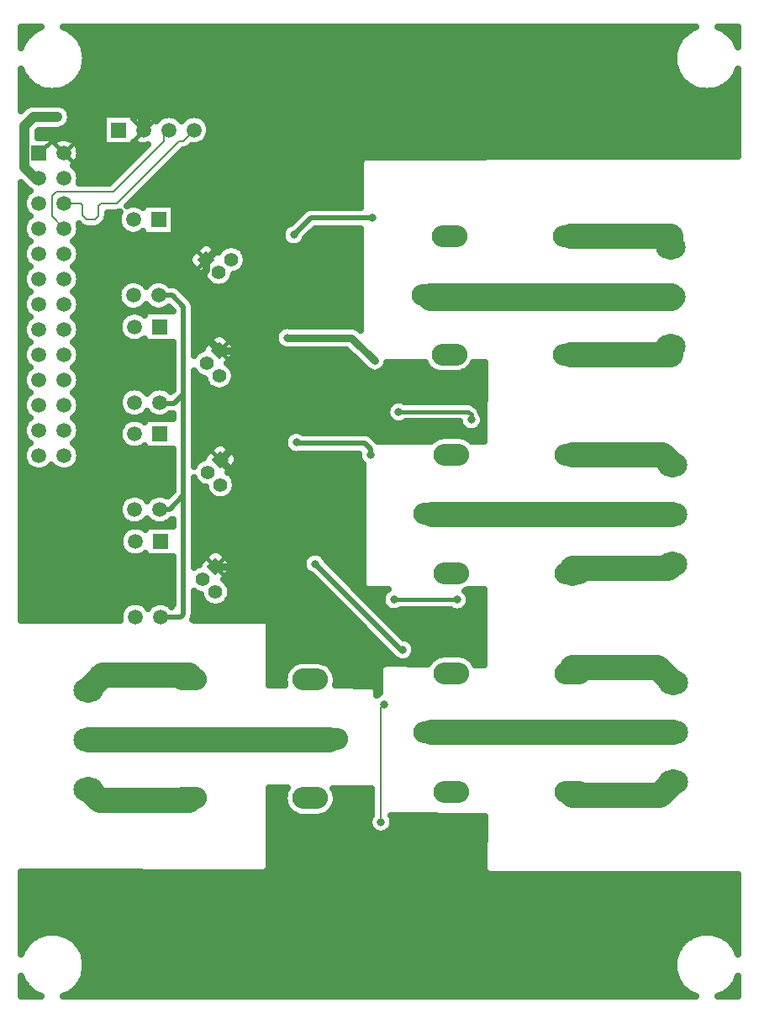
<source format=gbr>
G04 DipTrace 3.0.0.1*
G04 Bottom.gbr*
%MOIN*%
G04 #@! TF.FileFunction,Copper,L2,Bot*
G04 #@! TF.Part,Single*
%AMOUTLINE0*5,1,4,0,0,0.070866,-90.0*%
%AMOUTLINE3*5,1,4,0,0,0.070866,-180.0*%
G04 #@! TA.AperFunction,Conductor*
%ADD14C,0.007*%
%ADD15C,0.02*%
%ADD17C,0.04*%
%ADD19C,0.03*%
G04 #@! TA.AperFunction,ViaPad*
%ADD20C,0.031496*%
G04 #@! TA.AperFunction,Conductor*
%ADD21C,0.05*%
%ADD22C,0.015*%
%ADD23C,0.1*%
%ADD24C,0.015748*%
%ADD25C,0.11*%
%ADD26C,0.008*%
G04 #@! TA.AperFunction,CopperBalancing*
%ADD27C,0.025*%
%ADD28C,0.017992*%
G04 #@! TA.AperFunction,ComponentPad*
%ADD30O,0.11811X0.090551*%
%ADD31O,0.141732X0.086614*%
%ADD33R,0.059055X0.059055*%
%ADD34C,0.059055*%
%ADD35C,0.059055*%
%ADD36C,0.055118*%
%ADD72OUTLINE0*%
%ADD75OUTLINE3*%
%FSLAX26Y26*%
G04*
G70*
G90*
G75*
G01*
G04 Bottom*
%LPD*%
X592257Y3466011D2*
D14*
Y3466929D1*
X543963Y3515223D1*
Y3595276D1*
X560236Y3611549D1*
X786483D1*
X988320Y3813386D1*
Y3837664D1*
X1007874Y3857218D1*
X592257Y3566011D2*
X658924D1*
X665486Y3559449D1*
Y3519554D1*
X682284Y3502756D1*
X715355D1*
X728740Y3516142D1*
Y3555643D1*
X738714Y3565617D1*
X800131D1*
X1048950Y3814436D1*
X1065092D1*
X1107874Y3857218D1*
X1814436Y3508399D2*
D15*
X1570998D1*
X1503937Y3441339D1*
X1476903Y3034383D2*
D19*
X1731759D1*
X1824410Y2941732D1*
X967192Y3201575D2*
D15*
X1021523D1*
X1065617Y3157481D1*
Y2810630D1*
X1029003Y2774016D1*
X974541D1*
X971260Y2777297D1*
X971916Y2352625D2*
X1009711D1*
X1065617Y2408530D1*
Y2810630D1*
X974410Y1925984D2*
X1053675D1*
X1065617Y1937927D1*
Y2408530D1*
X492257Y3666011D2*
D17*
X478872D1*
X435433Y3709449D1*
Y3873622D1*
X470866Y3909055D1*
X566142D1*
D20*
X568242Y3911155D1*
X907874Y3857218D2*
D21*
Y3937927D1*
D19*
X984777Y4014830D1*
X1185302D1*
X1269948Y3930184D1*
Y3458137D1*
X1155250Y3343439D1*
Y3303675D1*
X1104987Y3253412D1*
Y3206168D1*
X1130840Y3180315D1*
Y3059449D1*
X1207481Y2982809D1*
X1256824D1*
X1355381Y2884252D1*
Y2693832D1*
X1212008Y2550460D1*
X1192520Y2125591D2*
X1253150D1*
X1292651Y2165092D1*
Y2469816D1*
X1212008Y2550460D1*
X1806864Y2570433D2*
D15*
Y2592743D1*
X1784685Y2614921D1*
X1516837D1*
X1513649Y2618110D1*
X1935171Y1796982D2*
X1927559D1*
X1587795Y2136746D1*
X2206824Y2709187D2*
D22*
Y2728478D1*
X2194095Y2741208D1*
X1921523D1*
X1919292Y2738977D1*
X3005525Y2333583D2*
D23*
X2050145D1*
D24*
X2048294Y2335433D1*
X2998163Y3197520D2*
D25*
X2044607D1*
D24*
X2040026Y3202100D1*
X2608294Y2570433D2*
D23*
X2965525D1*
X3005525Y2530433D1*
X2608294Y2100433D2*
Y2117979D1*
X2986772D1*
X3005525Y2136732D1*
X2600026Y3437100D2*
X2998163D1*
Y3394370D1*
X2151313Y1994882D2*
D22*
X1900394D1*
X2600026Y2967100D2*
D23*
X2998163D1*
Y3000670D1*
X3006431Y1469698D2*
X2049226D1*
D24*
X2048032Y1468504D1*
X2608032Y1703504D2*
Y1727953D1*
D23*
X2945026D1*
X3006431Y1666549D1*
X2608032Y1233504D2*
D24*
Y1220079D1*
D23*
X2953662D1*
X3006431Y1272848D1*
X1848294Y1113255D2*
D26*
Y1566798D1*
X1862074Y1580578D1*
X688832Y1441103D2*
D23*
X1645696D1*
D24*
X1647900Y1443307D1*
X1087900Y1208307D2*
Y1198819D1*
D23*
X734265D1*
X688832Y1244252D1*
X1087900Y1678307D2*
D24*
Y1694751D1*
D23*
X745630D1*
X688832Y1637953D1*
D20*
X1814436Y3508399D3*
X1503937Y3441339D3*
X1476903Y3034383D3*
X1824410Y2941732D3*
X1806864Y2570433D3*
X1513649Y2618110D3*
X1935171Y1796982D3*
X1587795Y2136746D3*
X2206824Y2709187D3*
X1919292Y2738977D3*
X2151313Y1994882D3*
X1900394D3*
X1848294Y1113255D3*
X1862074Y1580578D3*
X568242Y3911155D3*
X520079Y3911680D3*
X424701Y4240332D2*
D27*
X457323D1*
X634003D2*
X3053514D1*
X3230243D2*
X3262694D1*
X424701Y4215463D2*
X435204D1*
X656122D2*
X3031395D1*
X3252362D2*
X3262676D1*
X669403Y4190595D2*
X3018114D1*
X676679Y4165726D2*
X3010839D1*
X678876Y4140857D2*
X3008641D1*
X676337Y4115988D2*
X3011180D1*
X668720Y4091120D2*
X3018798D1*
X424701Y4066251D2*
X436425D1*
X654901D2*
X3032616D1*
X3251093D2*
X3262738D1*
X424701Y4041382D2*
X459374D1*
X631952D2*
X3055565D1*
X3228143D2*
X3262694D1*
X424701Y4016513D2*
X505565D1*
X585761D2*
X3101805D1*
X3181903D2*
X3262694D1*
X424701Y3991645D2*
X3262694D1*
X424701Y3966776D2*
X3262694D1*
X608319Y3941907D2*
X3262694D1*
X619501Y3917038D2*
X744335D1*
X871405D2*
X893309D1*
X922430D2*
X993309D1*
X1022430D2*
X1093309D1*
X1122430D2*
X3262694D1*
X617304Y3892170D2*
X744335D1*
X1160419D2*
X3262694D1*
X598798Y3867301D2*
X744335D1*
X1170575D2*
X3262694D1*
X489423Y3842432D2*
X744335D1*
X1169598D2*
X3262694D1*
X627411Y3817563D2*
X744335D1*
X1156757D2*
X3262694D1*
X649628Y3792694D2*
X915624D1*
X1095331D2*
X3262694D1*
X655780Y3767826D2*
X890770D1*
X1054315D2*
X3262694D1*
X651239Y3742957D2*
X865917D1*
X1029462D2*
X1771434D1*
X632538Y3718088D2*
X841014D1*
X1004608D2*
X1766893D1*
X649384Y3693219D2*
X816161D1*
X979755D2*
X1766845D1*
X655731Y3668351D2*
X791307D1*
X954852D2*
X1766796D1*
X929999Y3643482D2*
X1766698D1*
X424701Y3618613D2*
X451317D1*
X905145D2*
X1766649D1*
X424701Y3593744D2*
X435399D1*
X880243D2*
X1766552D1*
X855389Y3568876D2*
X1766503D1*
X424701Y3544007D2*
X432811D1*
X1030731D2*
X1547167D1*
X424701Y3519138D2*
X450682D1*
X766229D2*
X806249D1*
X1030731D2*
X1520555D1*
X424701Y3494269D2*
X435643D1*
X758563D2*
X804100D1*
X1030731D2*
X1495702D1*
X655682Y3469400D2*
X669218D1*
X728436D2*
X812841D1*
X1030731D2*
X1463427D1*
X424701Y3444532D2*
X432616D1*
X651874D2*
X843016D1*
X891376D2*
X903662D1*
X1030731D2*
X1454296D1*
X1568329D2*
X1766161D1*
X424701Y3419663D2*
X450048D1*
X634442D2*
X1459472D1*
X1548407D2*
X1766112D1*
X424701Y3394794D2*
X435936D1*
X648554D2*
X1124120D1*
X1186395D2*
X1223583D1*
X1286932D2*
X1493309D1*
X1514569D2*
X1766014D1*
X655682Y3369925D2*
X1099266D1*
X1310516D2*
X1765966D1*
X424701Y3345057D2*
X432421D1*
X652069D2*
X1085839D1*
X1316766D2*
X1765917D1*
X424701Y3320188D2*
X449462D1*
X635077D2*
X1095995D1*
X1312030D2*
X1765819D1*
X424701Y3295319D2*
X436229D1*
X648309D2*
X1120897D1*
X1292011D2*
X1765770D1*
X655634Y3270450D2*
X1148339D1*
X1262128D2*
X1765673D1*
X424701Y3245582D2*
X432274D1*
X652264D2*
X822411D1*
X911981D2*
X922411D1*
X1011981D2*
X1168163D1*
X1242352D2*
X1765624D1*
X424701Y3220713D2*
X448876D1*
X635663D2*
X806737D1*
X1063593D2*
X1765575D1*
X424701Y3195844D2*
X436522D1*
X648016D2*
X803954D1*
X1088446D2*
X1765477D1*
X655585Y3170975D2*
X811913D1*
X1107343D2*
X1765429D1*
X652460Y3146107D2*
X839257D1*
X895136D2*
X939257D1*
X995136D2*
X1015819D1*
X1109638D2*
X1765380D1*
X424701Y3121238D2*
X448290D1*
X636249D2*
X826415D1*
X1109638D2*
X1765282D1*
X424701Y3096369D2*
X436815D1*
X647675D2*
X810790D1*
X1109638D2*
X1765233D1*
X655536Y3071500D2*
X808007D1*
X1109638D2*
X1445165D1*
X652606Y3046631D2*
X816014D1*
X1109638D2*
X1191356D1*
X1223651D2*
X1428759D1*
X424701Y3021763D2*
X447704D1*
X636786D2*
X843456D1*
X899042D2*
X907714D1*
X1109638D2*
X1163964D1*
X1250995D2*
X1428856D1*
X424701Y2996894D2*
X437108D1*
X647382D2*
X1021630D1*
X1109638D2*
X1141356D1*
X1273602D2*
X1445653D1*
X655487Y2972025D2*
X1021630D1*
X1275018D2*
X1725878D1*
X652802Y2947156D2*
X1021630D1*
X1254315D2*
X1750731D1*
X424701Y2922288D2*
X447167D1*
X637323D2*
X1021630D1*
X1253925D2*
X1775585D1*
X1869989D2*
X2030077D1*
X2209979D2*
X2258055D1*
X424701Y2897419D2*
X437450D1*
X647089D2*
X1021630D1*
X1267206D2*
X1805516D1*
X1843280D2*
X2062743D1*
X2177313D2*
X2257909D1*
X655438Y2872550D2*
X1021630D1*
X1109638D2*
X1146825D1*
X1268134D2*
X2257763D1*
X652948Y2847681D2*
X1021630D1*
X1109638D2*
X1157518D1*
X1257440D2*
X2257616D1*
X424701Y2822813D2*
X446630D1*
X637860D2*
X828124D1*
X914423D2*
X928064D1*
X1109638D2*
X2257470D1*
X424701Y2797944D2*
X437743D1*
X646747D2*
X811327D1*
X1109638D2*
X2257323D1*
X655389Y2773075D2*
X807860D1*
X1109638D2*
X1884081D1*
X2219061D2*
X2257177D1*
X653143Y2748206D2*
X815136D1*
X1109638D2*
X1870458D1*
X2242987D2*
X2257013D1*
X424701Y2723337D2*
X446141D1*
X638397D2*
X840233D1*
X902264D2*
X940233D1*
X1002264D2*
X1021630D1*
X1109638D2*
X1872216D1*
X424701Y2698469D2*
X438085D1*
X646454D2*
X829149D1*
X1109638D2*
X1892479D1*
X1946112D2*
X2158300D1*
X655292Y2673600D2*
X812108D1*
X1109638D2*
X2173241D1*
X2240399D2*
X2256562D1*
X653290Y2648731D2*
X808495D1*
X1109638D2*
X1475145D1*
X1811249D2*
X2256444D1*
X424701Y2623862D2*
X445604D1*
X638886D2*
X815575D1*
X1109638D2*
X1464257D1*
X424701Y2598994D2*
X438427D1*
X646112D2*
X840282D1*
X1109638D2*
X1178075D1*
X1245966D2*
X1467919D1*
X655243Y2574125D2*
X1021630D1*
X1109638D2*
X1153173D1*
X1270819D2*
X1493895D1*
X653436Y2549256D2*
X1021630D1*
X1109638D2*
X1126220D1*
X1281415D2*
X1762108D1*
X424701Y2524387D2*
X445116D1*
X639374D2*
X1021630D1*
X1268427D2*
X1775194D1*
X424701Y2499519D2*
X1021630D1*
X1247382D2*
X1775194D1*
X424701Y2474650D2*
X1021630D1*
X1268378D2*
X1775194D1*
X424701Y2449781D2*
X1021630D1*
X1109638D2*
X1129198D1*
X1273554D2*
X1775194D1*
X424701Y2424912D2*
X1020800D1*
X1109638D2*
X1156249D1*
X1267743D2*
X1775194D1*
X424701Y2400044D2*
X831005D1*
X912811D2*
X931010D1*
X1109638D2*
X1178759D1*
X1245282D2*
X1775194D1*
X424701Y2375175D2*
X812694D1*
X1109638D2*
X1775194D1*
X424701Y2350306D2*
X808446D1*
X1109638D2*
X1775194D1*
X424701Y2325437D2*
X814794D1*
X1109638D2*
X1775194D1*
X424701Y2300568D2*
X837548D1*
X906268D2*
X937548D1*
X1006268D2*
X1021630D1*
X1109638D2*
X1775194D1*
X424701Y2275700D2*
X836522D1*
X1109638D2*
X1775194D1*
X424701Y2250831D2*
X816161D1*
X1109638D2*
X1775194D1*
X424701Y2225962D2*
X810888D1*
X1109638D2*
X1775194D1*
X424701Y2201093D2*
X816210D1*
X1109638D2*
X1775194D1*
X424701Y2176225D2*
X836571D1*
X1109638D2*
X1160692D1*
X1224384D2*
X1559325D1*
X1616229D2*
X1775194D1*
X424701Y2151356D2*
X1021630D1*
X1109638D2*
X1135790D1*
X1249237D2*
X1540380D1*
X1635223D2*
X1775194D1*
X424701Y2126487D2*
X1021630D1*
X1261932D2*
X1539159D1*
X1659247D2*
X1775194D1*
X424701Y2101618D2*
X1021630D1*
X1251044D2*
X1553710D1*
X1684100D2*
X1775194D1*
X424701Y2076750D2*
X1021630D1*
X1226141D2*
X1586620D1*
X1709003D2*
X1775194D1*
X424701Y2051881D2*
X1021630D1*
X1247919D2*
X1611473D1*
X1733856D2*
X1775927D1*
X424701Y2027012D2*
X1021630D1*
X1254071D2*
X1636327D1*
X1758710D2*
X1863231D1*
X2188446D2*
X2256200D1*
X424701Y2002143D2*
X1021630D1*
X1109638D2*
X1135839D1*
X1249237D2*
X1661229D1*
X1783563D2*
X1851220D1*
X2200507D2*
X2256200D1*
X424701Y1977274D2*
X838817D1*
X909979D2*
X938817D1*
X1009979D2*
X1021630D1*
X1109638D2*
X1156054D1*
X1228973D2*
X1686083D1*
X1808466D2*
X1854052D1*
X2197675D2*
X2256200D1*
X424701Y1952406D2*
X816893D1*
X1109638D2*
X1710936D1*
X1833319D2*
X1877196D1*
X1923602D2*
X2128124D1*
X2174481D2*
X2256200D1*
X424701Y1927537D2*
X810888D1*
X1108319D2*
X1735839D1*
X1858173D2*
X2256200D1*
X1405780Y1902668D2*
X1760692D1*
X1883075D2*
X2256200D1*
X1407977Y1877799D2*
X1785546D1*
X1907929D2*
X2256200D1*
X1407733Y1852931D2*
X1810399D1*
X1932782D2*
X2256200D1*
X1407489Y1828062D2*
X1835302D1*
X1973261D2*
X2256200D1*
X1407245Y1803193D2*
X1860155D1*
X1984491D2*
X2256200D1*
X1407001Y1778324D2*
X1885009D1*
X1981073D2*
X2256200D1*
X1406757Y1753456D2*
X1914305D1*
X1956073D2*
X2042284D1*
X2213788D2*
X2256200D1*
X1406513Y1728587D2*
X1482470D1*
X1653339D2*
X1844677D1*
X1406317Y1703718D2*
X1467479D1*
X1668329D2*
X1842821D1*
X1406073Y1678849D2*
X1463036D1*
X1672772D2*
X1842821D1*
X1800507Y1653981D2*
X1842821D1*
X1833173Y1629112D2*
X1842796D1*
X1407831Y1231211D2*
X1466649D1*
X1669159D2*
X1810302D1*
X1407636Y1206343D2*
X1463036D1*
X1672723D2*
X1810302D1*
X1407440Y1181474D2*
X1468016D1*
X1667792D2*
X1810302D1*
X1407294Y1156605D2*
X1483788D1*
X1652020D2*
X1810302D1*
X1407098Y1131736D2*
X1802294D1*
X1894257D2*
X2258055D1*
X1406903Y1106868D2*
X1798973D1*
X1897626D2*
X2257811D1*
X1406708Y1081999D2*
X1810350D1*
X1886249D2*
X2257567D1*
X1406561Y1057130D2*
X2257372D1*
X1406366Y1032261D2*
X2257128D1*
X1406171Y1007393D2*
X2256884D1*
X1405975Y982524D2*
X2256688D1*
X1405780Y957655D2*
X2256444D1*
X1405585Y932786D2*
X2256200D1*
X424701Y907918D2*
X2274218D1*
X424701Y883049D2*
X3262694D1*
X424701Y858180D2*
X3262694D1*
X424701Y833311D2*
X3262694D1*
X424701Y808442D2*
X3262694D1*
X424701Y783574D2*
X3262694D1*
X424701Y758705D2*
X3262694D1*
X424701Y733836D2*
X3262694D1*
X424701Y708967D2*
X3262694D1*
X424701Y684099D2*
X3262694D1*
X424701Y659230D2*
X478417D1*
X612665D2*
X3074755D1*
X3208954D2*
X3262694D1*
X424701Y634361D2*
X447069D1*
X644013D2*
X3043407D1*
X3240302D2*
X3262694D1*
X662079Y609492D2*
X3025292D1*
X672821Y584624D2*
X3014598D1*
X677997Y559755D2*
X3009374D1*
X678339Y534886D2*
X3009032D1*
X673847Y510017D2*
X3013524D1*
X663983Y485149D2*
X3023388D1*
X424701Y460280D2*
X443944D1*
X647138D2*
X3040233D1*
X3243475D2*
X3262694D1*
X424701Y435411D2*
X472606D1*
X618475D2*
X3068895D1*
X3214813D2*
X3262694D1*
X2092490Y2892294D2*
X2080765Y2893214D1*
X2069351Y2895954D1*
X2058506Y2900446D1*
X2048497Y2906580D1*
X2039571Y2914203D1*
X2031947Y2923129D1*
X2025814Y2933138D1*
X2024075Y2936910D1*
X1871395Y2936899D1*
X1870352Y2930703D1*
X1868061Y2923651D1*
X1864695Y2917045D1*
X1860337Y2911047D1*
X1855095Y2905805D1*
X1849097Y2901447D1*
X1842491Y2898081D1*
X1835439Y2895790D1*
X1828117Y2894630D1*
X1820703D1*
X1813380Y2895790D1*
X1806329Y2898081D1*
X1799723Y2901447D1*
X1793725Y2905805D1*
X1788482Y2911047D1*
X1785710Y2914672D1*
X1712497Y2987884D1*
X1484294Y2987717D1*
X1476903Y2987135D1*
X1469512Y2987717D1*
X1462303Y2989448D1*
X1455453Y2992285D1*
X1449131Y2996159D1*
X1443494Y3000974D1*
X1438679Y3006612D1*
X1434805Y3012933D1*
X1431968Y3019783D1*
X1430237Y3026992D1*
X1429655Y3034383D1*
X1430237Y3041775D1*
X1431968Y3048984D1*
X1434805Y3055834D1*
X1438679Y3062155D1*
X1443494Y3067793D1*
X1449131Y3072608D1*
X1455453Y3076482D1*
X1462303Y3079319D1*
X1469512Y3081050D1*
X1476903Y3081631D1*
X1485133Y3080883D1*
X1735407Y3080740D1*
X1742614Y3079599D1*
X1749554Y3077344D1*
X1756055Y3074031D1*
X1761958Y3069742D1*
X1767643Y3064260D1*
X1768729Y3466903D1*
X1588215Y3466899D1*
X1549278Y3427989D1*
X1546036Y3419889D1*
X1542162Y3413567D1*
X1537347Y3407929D1*
X1531709Y3403114D1*
X1525387Y3399240D1*
X1518538Y3396403D1*
X1511328Y3394672D1*
X1503937Y3394091D1*
X1496546Y3394672D1*
X1489337Y3396403D1*
X1482487Y3399240D1*
X1476166Y3403114D1*
X1470528Y3407929D1*
X1465713Y3413567D1*
X1461839Y3419889D1*
X1459002Y3426738D1*
X1457271Y3433948D1*
X1456689Y3441339D1*
X1457271Y3448730D1*
X1459002Y3455939D1*
X1461839Y3462789D1*
X1465713Y3469110D1*
X1470528Y3474748D1*
X1476166Y3479563D1*
X1482487Y3483437D1*
X1490522Y3486609D1*
X1544045Y3539956D1*
X1549314Y3543784D1*
X1555116Y3546740D1*
X1561310Y3548753D1*
X1567742Y3549771D1*
X1670998Y3549899D1*
X1768996D1*
X1769516Y3731535D1*
X1770516Y3736490D1*
X1772644Y3741074D1*
X1775784Y3745034D1*
X1779761Y3748153D1*
X1784357Y3750256D1*
X1789228Y3751222D1*
X2740914Y3752625D1*
X3265181Y3753361D1*
X3265201Y4098324D1*
X3258355Y4082390D1*
X3253339Y4073433D1*
X3247636Y4064898D1*
X3241280Y4056836D1*
X3234312Y4049297D1*
X3226774Y4042329D1*
X3218712Y4035974D1*
X3210176Y4030270D1*
X3201219Y4025254D1*
X3191896Y4020956D1*
X3182265Y4017403D1*
X3172385Y4014617D1*
X3162316Y4012614D1*
X3152122Y4011407D1*
X3141864Y4011004D1*
X3131606Y4011407D1*
X3121411Y4012614D1*
X3111343Y4014617D1*
X3101462Y4017403D1*
X3091831Y4020956D1*
X3082508Y4025254D1*
X3073551Y4030270D1*
X3065016Y4035974D1*
X3056954Y4042329D1*
X3049416Y4049297D1*
X3042447Y4056836D1*
X3036092Y4064898D1*
X3030388Y4073433D1*
X3025372Y4082390D1*
X3021074Y4091713D1*
X3017521Y4101344D1*
X3014735Y4111225D1*
X3012732Y4121293D1*
X3011525Y4131488D1*
X3011122Y4141746D1*
X3011525Y4152003D1*
X3012732Y4162198D1*
X3014735Y4172267D1*
X3017521Y4182147D1*
X3021074Y4191778D1*
X3025372Y4201101D1*
X3030388Y4210058D1*
X3036092Y4218594D1*
X3042447Y4226655D1*
X3049416Y4234194D1*
X3056954Y4241162D1*
X3065016Y4247518D1*
X3073551Y4253221D1*
X3082508Y4258237D1*
X3091831Y4262535D1*
X3099092Y4265214D1*
X588687Y4265201D1*
X605012Y4258224D1*
X613969Y4253208D1*
X622504Y4247505D1*
X630566Y4241149D1*
X638105Y4234181D1*
X645073Y4226642D1*
X651428Y4218580D1*
X657132Y4210045D1*
X662148Y4201088D1*
X666446Y4191765D1*
X669999Y4182134D1*
X672785Y4172253D1*
X674788Y4162185D1*
X675995Y4151990D1*
X676398Y4141732D1*
X675995Y4131475D1*
X674788Y4121280D1*
X672785Y4111212D1*
X669999Y4101331D1*
X666446Y4091700D1*
X662148Y4082377D1*
X657132Y4073420D1*
X651428Y4064885D1*
X645073Y4056823D1*
X638105Y4049284D1*
X630566Y4042316D1*
X622504Y4035960D1*
X613969Y4030257D1*
X605012Y4025241D1*
X595689Y4020943D1*
X586058Y4017390D1*
X576177Y4014603D1*
X566109Y4012601D1*
X555914Y4011394D1*
X545656Y4010991D1*
X535399Y4011394D1*
X525204Y4012601D1*
X515135Y4014603D1*
X505255Y4017390D1*
X495624Y4020943D1*
X486301Y4025241D1*
X477344Y4030257D1*
X468808Y4035960D1*
X460747Y4042316D1*
X453208Y4049284D1*
X446240Y4056823D1*
X439884Y4064885D1*
X434181Y4073420D1*
X429165Y4082377D1*
X424867Y4091700D1*
X422188Y4098961D1*
X422201Y3933219D1*
X437420Y3948216D1*
X443958Y3952966D1*
X451158Y3956635D1*
X458844Y3959132D1*
X466826Y3960397D1*
X533366Y3960555D1*
X570183Y3960397D1*
X578164Y3959133D1*
X585850Y3956635D1*
X593051Y3952966D1*
X599589Y3948216D1*
X605303Y3942502D1*
X610053Y3935964D1*
X613722Y3928764D1*
X616219Y3921078D1*
X617483Y3913096D1*
Y3905015D1*
X616219Y3897033D1*
X613722Y3889347D1*
X610053Y3882147D1*
X605303Y3875609D1*
X599589Y3869894D1*
X593051Y3865144D1*
X585850Y3861475D1*
X578164Y3858978D1*
X570183Y3857714D1*
X503642Y3857555D1*
X492167D1*
X486946Y3852303D1*
X486933Y3826991D1*
X553285Y3827038D1*
Y3812966D1*
X561198Y3818543D1*
X570184Y3822906D1*
X579761Y3825745D1*
X589673Y3826984D1*
X599654Y3826588D1*
X609436Y3824570D1*
X618759Y3820984D1*
X627372Y3815924D1*
X635044Y3809527D1*
X641569Y3801965D1*
X646774Y3793439D1*
X650518Y3784179D1*
X652701Y3774431D1*
X653285Y3766011D1*
X652468Y3756055D1*
X650037Y3746367D1*
X646059Y3737204D1*
X640639Y3728814D1*
X633923Y3721420D1*
X627237Y3716018D1*
X635410Y3709164D1*
X641630Y3701882D1*
X646633Y3693717D1*
X650298Y3684869D1*
X652534Y3675558D1*
X653285Y3666011D1*
X652534Y3656464D1*
X650071Y3646538D1*
X772004Y3646549D1*
X923558Y3798240D1*
X913727Y3796472D1*
X903739Y3796331D1*
X893862Y3797821D1*
X884361Y3800902D1*
X875489Y3805492D1*
X868908Y3810263D1*
X868902Y3796190D1*
X746847D1*
Y3918245D1*
X868902D1*
Y3904134D1*
X874690Y3908435D1*
X883489Y3913162D1*
X892942Y3916391D1*
X902795Y3918034D1*
X912783Y3918048D1*
X922641Y3916432D1*
X932102Y3913230D1*
X940915Y3908528D1*
X948842Y3902450D1*
X955672Y3895162D1*
X957863Y3892203D1*
X964721Y3900371D1*
X972003Y3906590D1*
X980168Y3911594D1*
X989016Y3915259D1*
X998327Y3917494D1*
X1007874Y3918246D1*
X1017421Y3917494D1*
X1026733Y3915259D1*
X1035580Y3911594D1*
X1043745Y3906590D1*
X1051027Y3900371D1*
X1057860Y3892171D1*
X1064721Y3900371D1*
X1072003Y3906590D1*
X1080168Y3911594D1*
X1089016Y3915259D1*
X1098327Y3917494D1*
X1107874Y3918246D1*
X1117421Y3917494D1*
X1126733Y3915259D1*
X1135580Y3911594D1*
X1143745Y3906590D1*
X1151027Y3900371D1*
X1157247Y3893089D1*
X1162250Y3884924D1*
X1165915Y3876077D1*
X1168150Y3866765D1*
X1168902Y3857218D1*
X1168150Y3847671D1*
X1165915Y3838360D1*
X1162250Y3829512D1*
X1157247Y3821347D1*
X1151027Y3814065D1*
X1143745Y3807846D1*
X1135580Y3802842D1*
X1126733Y3799177D1*
X1117421Y3796942D1*
X1107874Y3796191D1*
X1097318Y3797143D1*
X1087823Y3787822D1*
X1083380Y3784593D1*
X1078486Y3782100D1*
X1073263Y3780403D1*
X1067838Y3779544D1*
X1063453Y3779436D1*
X840471Y3556459D1*
X848333Y3559616D1*
X857645Y3561851D1*
X867192Y3562603D1*
X876739Y3561851D1*
X886050Y3559616D1*
X894898Y3555951D1*
X903063Y3550947D1*
X906165Y3548502D1*
X906164Y3562602D1*
X1028220D1*
Y3440547D1*
X906164D1*
Y3454659D1*
X899079Y3449540D1*
X890546Y3445193D1*
X881438Y3442234D1*
X871980Y3440736D1*
X862404D1*
X852945Y3442234D1*
X843838Y3445193D1*
X835305Y3449540D1*
X827558Y3455169D1*
X820786Y3461941D1*
X815157Y3469688D1*
X810810Y3478221D1*
X807850Y3487328D1*
X806352Y3496787D1*
Y3506363D1*
X807850Y3515822D1*
X810810Y3524929D1*
X815688Y3534256D1*
X808302Y3531584D1*
X802878Y3530725D1*
X763754Y3530617D1*
X763633Y3513396D1*
X762773Y3507971D1*
X761076Y3502748D1*
X758583Y3497854D1*
X755355Y3493411D1*
X738085Y3476142D1*
X733642Y3472914D1*
X728748Y3470420D1*
X723525Y3468723D1*
X718101Y3467864D1*
X679538D1*
X674113Y3468723D1*
X668890Y3470420D1*
X663996Y3472914D1*
X659553Y3476142D1*
X650112Y3485431D1*
X652534Y3475558D1*
X653285Y3466011D1*
X652534Y3456464D1*
X650298Y3447152D1*
X646633Y3438305D1*
X641630Y3430140D1*
X635410Y3422858D1*
X627210Y3416025D1*
X635410Y3409164D1*
X641630Y3401882D1*
X646633Y3393717D1*
X650298Y3384869D1*
X652534Y3375558D1*
X653285Y3366011D1*
X652534Y3356464D1*
X650298Y3347152D1*
X646633Y3338305D1*
X641630Y3330140D1*
X635410Y3322858D1*
X627210Y3316025D1*
X635410Y3309164D1*
X641630Y3301882D1*
X646633Y3293717D1*
X650298Y3284869D1*
X652534Y3275558D1*
X653285Y3266011D1*
X652534Y3256464D1*
X650298Y3247152D1*
X646633Y3238305D1*
X641630Y3230140D1*
X635410Y3222858D1*
X627210Y3216025D1*
X635410Y3209164D1*
X641630Y3201882D1*
X646633Y3193717D1*
X650298Y3184869D1*
X652534Y3175558D1*
X653285Y3166011D1*
X652534Y3156464D1*
X650298Y3147152D1*
X646633Y3138305D1*
X641630Y3130140D1*
X635410Y3122858D1*
X627210Y3116025D1*
X635410Y3109164D1*
X641630Y3101882D1*
X646633Y3093717D1*
X650298Y3084869D1*
X652534Y3075558D1*
X653285Y3066011D1*
X652534Y3056464D1*
X650298Y3047152D1*
X646633Y3038305D1*
X641630Y3030140D1*
X635410Y3022858D1*
X627210Y3016025D1*
X635410Y3009164D1*
X641630Y3001882D1*
X646633Y2993717D1*
X650298Y2984869D1*
X652534Y2975558D1*
X653285Y2966011D1*
X652534Y2956464D1*
X650298Y2947152D1*
X646633Y2938305D1*
X641630Y2930140D1*
X635410Y2922858D1*
X627210Y2916025D1*
X635410Y2909164D1*
X641630Y2901882D1*
X646633Y2893717D1*
X650298Y2884869D1*
X652534Y2875558D1*
X653285Y2866011D1*
X652534Y2856464D1*
X650298Y2847152D1*
X646633Y2838305D1*
X641630Y2830140D1*
X635410Y2822858D1*
X627210Y2816025D1*
X635410Y2809164D1*
X641630Y2801882D1*
X646633Y2793717D1*
X650298Y2784869D1*
X652534Y2775558D1*
X653285Y2766011D1*
X652534Y2756464D1*
X650298Y2747152D1*
X646633Y2738305D1*
X641630Y2730140D1*
X635410Y2722858D1*
X627210Y2716025D1*
X635410Y2709164D1*
X641630Y2701882D1*
X646633Y2693717D1*
X650298Y2684869D1*
X652534Y2675558D1*
X653285Y2666011D1*
X652534Y2656464D1*
X650298Y2647152D1*
X646633Y2638305D1*
X641630Y2630140D1*
X635410Y2622858D1*
X627210Y2616025D1*
X635410Y2609164D1*
X641630Y2601882D1*
X646633Y2593717D1*
X650298Y2584869D1*
X652534Y2575558D1*
X653285Y2566011D1*
X652534Y2556464D1*
X650298Y2547152D1*
X646633Y2538305D1*
X641630Y2530140D1*
X635410Y2522858D1*
X628129Y2516638D1*
X619963Y2511635D1*
X611116Y2507970D1*
X601804Y2505735D1*
X592257Y2504983D1*
X582711Y2505735D1*
X573399Y2507970D1*
X564551Y2511635D1*
X556386Y2516638D1*
X549104Y2522858D1*
X542272Y2531058D1*
X535410Y2522858D1*
X528129Y2516638D1*
X519963Y2511635D1*
X511116Y2507970D1*
X501804Y2505735D1*
X492257Y2504983D1*
X482711Y2505735D1*
X473399Y2507970D1*
X464551Y2511635D1*
X456386Y2516638D1*
X449104Y2522858D1*
X442885Y2530140D1*
X437881Y2538305D1*
X434217Y2547152D1*
X431981Y2556464D1*
X431230Y2566011D1*
X431981Y2575558D1*
X434217Y2584869D1*
X437881Y2593717D1*
X442885Y2601882D1*
X449104Y2609164D1*
X457305Y2615997D1*
X449104Y2622858D1*
X442885Y2630140D1*
X437881Y2638305D1*
X434217Y2647152D1*
X431981Y2656464D1*
X431230Y2666011D1*
X431981Y2675558D1*
X434217Y2684869D1*
X437881Y2693717D1*
X442885Y2701882D1*
X449104Y2709164D1*
X457305Y2715997D1*
X449104Y2722858D1*
X442885Y2730140D1*
X437881Y2738305D1*
X434217Y2747152D1*
X431981Y2756464D1*
X431230Y2766011D1*
X431981Y2775558D1*
X434217Y2784869D1*
X437881Y2793717D1*
X442885Y2801882D1*
X449104Y2809164D1*
X457305Y2815997D1*
X449104Y2822858D1*
X442885Y2830140D1*
X437881Y2838305D1*
X434217Y2847152D1*
X431981Y2856464D1*
X431230Y2866011D1*
X431981Y2875558D1*
X434217Y2884869D1*
X437881Y2893717D1*
X442885Y2901882D1*
X449104Y2909164D1*
X457305Y2915997D1*
X449104Y2922858D1*
X442885Y2930140D1*
X437881Y2938305D1*
X434217Y2947152D1*
X431981Y2956464D1*
X431230Y2966011D1*
X431981Y2975558D1*
X434217Y2984869D1*
X437881Y2993717D1*
X442885Y3001882D1*
X449104Y3009164D1*
X457305Y3015997D1*
X449104Y3022858D1*
X442885Y3030140D1*
X437881Y3038305D1*
X434217Y3047152D1*
X431981Y3056464D1*
X431230Y3066011D1*
X431981Y3075558D1*
X434217Y3084869D1*
X437881Y3093717D1*
X442885Y3101882D1*
X449104Y3109164D1*
X457305Y3115997D1*
X449104Y3122858D1*
X442885Y3130140D1*
X437881Y3138305D1*
X434217Y3147152D1*
X431981Y3156464D1*
X431230Y3166011D1*
X431981Y3175558D1*
X434217Y3184869D1*
X437881Y3193717D1*
X442885Y3201882D1*
X449104Y3209164D1*
X457305Y3215997D1*
X449104Y3222858D1*
X442885Y3230140D1*
X437881Y3238305D1*
X434217Y3247152D1*
X431981Y3256464D1*
X431230Y3266011D1*
X431981Y3275558D1*
X434217Y3284869D1*
X437881Y3293717D1*
X442885Y3301882D1*
X449104Y3309164D1*
X457305Y3315997D1*
X449104Y3322858D1*
X442885Y3330140D1*
X437881Y3338305D1*
X434217Y3347152D1*
X431981Y3356464D1*
X431230Y3366011D1*
X431981Y3375558D1*
X434217Y3384869D1*
X437881Y3393717D1*
X442885Y3401882D1*
X449104Y3409164D1*
X457305Y3415997D1*
X449104Y3422858D1*
X442885Y3430140D1*
X437881Y3438305D1*
X434217Y3447152D1*
X431981Y3456464D1*
X431230Y3466011D1*
X431981Y3475558D1*
X434217Y3484869D1*
X437881Y3493717D1*
X442885Y3501882D1*
X449104Y3509164D1*
X457305Y3515997D1*
X449104Y3522858D1*
X442885Y3530140D1*
X437881Y3538305D1*
X434217Y3547152D1*
X431981Y3556464D1*
X431230Y3566011D1*
X431981Y3575558D1*
X434217Y3584869D1*
X437881Y3593717D1*
X442885Y3601882D1*
X449104Y3609164D1*
X457305Y3615997D1*
X449104Y3622858D1*
X422188Y3649862D1*
X422201Y1914371D1*
X814497Y1914414D1*
X813570Y1921196D1*
Y1930773D1*
X815068Y1940231D1*
X818028Y1949339D1*
X822375Y1957871D1*
X828004Y1965619D1*
X834775Y1972390D1*
X842523Y1978019D1*
X851055Y1982367D1*
X860163Y1985326D1*
X869621Y1986824D1*
X879198D1*
X888656Y1985326D1*
X897764Y1982367D1*
X906296Y1978019D1*
X914044Y1972390D1*
X920815Y1965619D1*
X924396Y1960937D1*
X931257Y1969137D1*
X938539Y1975357D1*
X946704Y1980360D1*
X955551Y1984025D1*
X964863Y1986261D1*
X974410Y1987012D1*
X983956Y1986261D1*
X993268Y1984025D1*
X1002116Y1980360D1*
X1010281Y1975357D1*
X1017563Y1969137D1*
X1019100Y1967474D1*
X1024117Y1975427D1*
Y2164929D1*
X913382Y2164957D1*
Y2179068D1*
X906296Y2173950D1*
X897764Y2169602D1*
X888656Y2166643D1*
X879198Y2165145D1*
X869621D1*
X860163Y2166643D1*
X851055Y2169602D1*
X842523Y2173950D1*
X834775Y2179579D1*
X828004Y2186350D1*
X822375Y2194098D1*
X818028Y2202630D1*
X815068Y2211738D1*
X813570Y2221196D1*
Y2230773D1*
X815068Y2240231D1*
X818028Y2249339D1*
X822375Y2257871D1*
X828004Y2265619D1*
X834775Y2272390D1*
X842523Y2278019D1*
X851055Y2282367D1*
X860163Y2285326D1*
X869621Y2286824D1*
X879198D1*
X888656Y2285326D1*
X897764Y2282367D1*
X906296Y2278019D1*
X913382Y2272912D1*
Y2287012D1*
X1024076D1*
X1024117Y2313659D1*
X1019387Y2312269D1*
X1015069Y2309472D1*
X1007787Y2303253D1*
X999622Y2298249D1*
X990775Y2294584D1*
X981463Y2292349D1*
X971916Y2291597D1*
X962369Y2292349D1*
X953058Y2294584D1*
X944210Y2298249D1*
X936045Y2303253D1*
X928763Y2309472D1*
X921930Y2317672D1*
X915069Y2309472D1*
X907787Y2303253D1*
X899622Y2298249D1*
X890775Y2294584D1*
X881463Y2292349D1*
X871916Y2291597D1*
X862369Y2292349D1*
X853058Y2294584D1*
X844210Y2298249D1*
X836045Y2303253D1*
X828763Y2309472D1*
X822544Y2316754D1*
X817540Y2324919D1*
X813876Y2333766D1*
X811640Y2343078D1*
X810889Y2352625D1*
X811640Y2362172D1*
X813876Y2371483D1*
X817540Y2380331D1*
X822544Y2388496D1*
X828763Y2395778D1*
X836045Y2401997D1*
X844210Y2407001D1*
X853058Y2410666D1*
X862369Y2412901D1*
X871916Y2413652D1*
X881463Y2412901D1*
X890775Y2410666D1*
X899622Y2407001D1*
X907787Y2401997D1*
X915069Y2395778D1*
X921902Y2387578D1*
X928763Y2395778D1*
X936045Y2401997D1*
X944210Y2407001D1*
X953058Y2410666D1*
X962369Y2412901D1*
X971916Y2413652D1*
X981463Y2412901D1*
X990775Y2410666D1*
X999622Y2407001D1*
X1003329Y2404925D1*
X1024112Y2425715D1*
X1024117Y2591587D1*
X910889Y2591597D1*
Y2605708D1*
X903803Y2600590D1*
X895270Y2596243D1*
X886163Y2593284D1*
X876704Y2591785D1*
X867128D1*
X857670Y2593284D1*
X848562Y2596243D1*
X840029Y2600590D1*
X832282Y2606219D1*
X825511Y2612991D1*
X819882Y2620738D1*
X815534Y2629271D1*
X812575Y2638378D1*
X811077Y2647837D1*
Y2657413D1*
X812575Y2666871D1*
X815534Y2675979D1*
X819882Y2684512D1*
X825511Y2692259D1*
X832282Y2699031D1*
X840029Y2704659D1*
X848562Y2709007D1*
X857670Y2711966D1*
X867128Y2713464D1*
X876704D1*
X886163Y2711966D1*
X895270Y2709007D1*
X903803Y2704659D1*
X910889Y2699552D1*
Y2713652D1*
X1024098D1*
X1024117Y2732505D1*
X1012743Y2732516D1*
X1007131Y2727924D1*
X998966Y2722921D1*
X990119Y2719256D1*
X980807Y2717021D1*
X971260Y2716269D1*
X961713Y2717021D1*
X952402Y2719256D1*
X943554Y2722921D1*
X935389Y2727924D1*
X928107Y2734144D1*
X921274Y2742344D1*
X914413Y2734144D1*
X907131Y2727924D1*
X898966Y2722921D1*
X890119Y2719256D1*
X880807Y2717021D1*
X871260Y2716269D1*
X861713Y2717021D1*
X852402Y2719256D1*
X843554Y2722921D1*
X835389Y2727924D1*
X828107Y2734144D1*
X821888Y2741426D1*
X816884Y2749591D1*
X813219Y2758438D1*
X810984Y2767750D1*
X810232Y2777297D1*
X810984Y2786844D1*
X813219Y2796155D1*
X816884Y2805003D1*
X821888Y2813168D1*
X828107Y2820450D1*
X835389Y2826669D1*
X843554Y2831673D1*
X852402Y2835337D1*
X861713Y2837573D1*
X871260Y2838324D1*
X880807Y2837573D1*
X890119Y2835337D1*
X898966Y2831673D1*
X907131Y2826669D1*
X914413Y2820450D1*
X921246Y2812250D1*
X928107Y2820450D1*
X935389Y2826669D1*
X943554Y2831673D1*
X952402Y2835337D1*
X961713Y2837573D1*
X971260Y2838324D1*
X980807Y2837573D1*
X990119Y2835337D1*
X998966Y2831673D1*
X1007131Y2826669D1*
X1014413Y2820450D1*
X1015544Y2819226D1*
X1024137Y2827840D1*
X1024117Y3016245D1*
X910233Y3016269D1*
Y3030380D1*
X903147Y3025262D1*
X894614Y3020915D1*
X885507Y3017955D1*
X876048Y3016457D1*
X866472D1*
X857013Y3017955D1*
X847906Y3020915D1*
X839373Y3025262D1*
X831626Y3030891D1*
X824854Y3037663D1*
X819226Y3045410D1*
X814878Y3053943D1*
X811919Y3063050D1*
X810421Y3072509D1*
Y3082085D1*
X811919Y3091543D1*
X814878Y3100651D1*
X819226Y3109184D1*
X824854Y3116931D1*
X831626Y3123703D1*
X839373Y3129331D1*
X847906Y3133679D1*
X857013Y3136638D1*
X866472Y3138136D1*
X876048D1*
X885507Y3136638D1*
X894614Y3133679D1*
X903147Y3129331D1*
X910233Y3124224D1*
Y3138324D1*
X1024114D1*
X1018594Y3145813D1*
X1008133Y3156275D1*
X999079Y3149540D1*
X990546Y3145193D1*
X981438Y3142234D1*
X971980Y3140736D1*
X962404D1*
X952945Y3142234D1*
X943838Y3145193D1*
X935305Y3149540D1*
X927558Y3155169D1*
X920786Y3161941D1*
X917206Y3166622D1*
X910345Y3158422D1*
X903063Y3152203D1*
X894898Y3147199D1*
X886050Y3143534D1*
X876739Y3141299D1*
X867192Y3140547D1*
X857645Y3141299D1*
X848333Y3143534D1*
X839486Y3147199D1*
X831321Y3152203D1*
X824039Y3158422D1*
X817819Y3165704D1*
X812816Y3173869D1*
X809151Y3182716D1*
X806916Y3192028D1*
X806164Y3201575D1*
X806916Y3211122D1*
X809151Y3220434D1*
X812816Y3229281D1*
X817819Y3237446D1*
X824039Y3244728D1*
X831321Y3250947D1*
X839486Y3255951D1*
X848333Y3259616D1*
X857645Y3261851D1*
X867192Y3262603D1*
X876739Y3261851D1*
X886050Y3259616D1*
X894898Y3255951D1*
X903063Y3250947D1*
X910345Y3244728D1*
X917178Y3236528D1*
X924039Y3244728D1*
X931321Y3250947D1*
X939486Y3255951D1*
X948333Y3259616D1*
X957645Y3261851D1*
X967192Y3262603D1*
X976739Y3261851D1*
X986050Y3259616D1*
X994898Y3255951D1*
X1003063Y3250947D1*
X1010345Y3244728D1*
X1011882Y3243065D1*
X1024779Y3242947D1*
X1031211Y3241928D1*
X1037404Y3239916D1*
X1043206Y3236960D1*
X1048475Y3233132D1*
X1094962Y3186825D1*
X1099191Y3181874D1*
X1102594Y3176321D1*
X1105086Y3170305D1*
X1106606Y3163973D1*
X1107117Y3157481D1*
X1107124Y2963667D1*
X1112572Y2971164D1*
X1119125Y2977717D1*
X1126622Y2983165D1*
X1134880Y2987372D1*
X1141270Y2989552D1*
X1142945Y2994863D1*
X1146563Y3001324D1*
X1151541Y3006850D1*
X1187023Y3042194D1*
X1193180Y3046308D1*
X1200127Y3048871D1*
X1207481Y3049742D1*
X1214834Y3048871D1*
X1221781Y3046308D1*
X1227938Y3042194D1*
X1265187Y3005082D1*
X1269772Y2999267D1*
X1272872Y2992543D1*
X1274317Y2985280D1*
X1274026Y2977881D1*
X1272016Y2970754D1*
X1268398Y2964293D1*
X1263420Y2958767D1*
X1238015Y2933362D1*
X1245836Y2927717D1*
X1252389Y2921164D1*
X1257837Y2913667D1*
X1262044Y2905410D1*
X1264908Y2896596D1*
X1266358Y2887442D1*
Y2878175D1*
X1264908Y2869022D1*
X1262044Y2860208D1*
X1257837Y2851950D1*
X1252389Y2844453D1*
X1245836Y2837900D1*
X1238339Y2832452D1*
X1230081Y2828245D1*
X1221268Y2825381D1*
X1212114Y2823932D1*
X1202847D1*
X1193693Y2825381D1*
X1184880Y2828245D1*
X1176622Y2832452D1*
X1169125Y2837900D1*
X1162572Y2844453D1*
X1157124Y2851950D1*
X1152917Y2860208D1*
X1150053Y2869022D1*
X1149057Y2874343D1*
X1139230Y2876640D1*
X1130668Y2880187D1*
X1122766Y2885029D1*
X1115719Y2891048D1*
X1109701Y2898095D1*
X1107116Y2901966D1*
X1107117Y2522300D1*
X1111652Y2531318D1*
X1117099Y2538815D1*
X1123652Y2545368D1*
X1131150Y2550816D1*
X1139407Y2555023D1*
X1145798Y2557203D1*
X1147473Y2562514D1*
X1151091Y2568975D1*
X1156069Y2574501D1*
X1191550Y2609845D1*
X1197707Y2613959D1*
X1204655Y2616522D1*
X1212008Y2617393D1*
X1219362Y2616522D1*
X1226309Y2613959D1*
X1232466Y2609845D1*
X1269715Y2572733D1*
X1274299Y2566918D1*
X1277399Y2560194D1*
X1278844Y2552931D1*
X1278553Y2545532D1*
X1276543Y2538405D1*
X1272925Y2531944D1*
X1267947Y2526418D1*
X1242543Y2501013D1*
X1250364Y2495368D1*
X1256917Y2488815D1*
X1262364Y2481318D1*
X1266572Y2473060D1*
X1269435Y2464247D1*
X1270885Y2455093D1*
Y2445826D1*
X1269435Y2436672D1*
X1266572Y2427859D1*
X1262364Y2419601D1*
X1256917Y2412104D1*
X1250364Y2405551D1*
X1242866Y2400103D1*
X1234609Y2395896D1*
X1225795Y2393032D1*
X1216642Y2391583D1*
X1207374D1*
X1198221Y2393032D1*
X1189407Y2395896D1*
X1181150Y2400103D1*
X1173652Y2405551D1*
X1167099Y2412104D1*
X1161652Y2419601D1*
X1157445Y2427859D1*
X1154581Y2436672D1*
X1153585Y2441994D1*
X1143758Y2444291D1*
X1135196Y2447838D1*
X1127294Y2452680D1*
X1120247Y2458698D1*
X1114228Y2465745D1*
X1109386Y2473647D1*
X1107112Y2478759D1*
X1107117Y2122837D1*
X1115708Y2128213D1*
X1124270Y2131759D1*
X1126309Y2132335D1*
X1127985Y2137645D1*
X1131603Y2144106D1*
X1136581Y2149632D1*
X1172062Y2184977D1*
X1178219Y2189091D1*
X1185166Y2191654D1*
X1192520Y2192524D1*
X1199873Y2191654D1*
X1206821Y2189091D1*
X1212978Y2184977D1*
X1250227Y2147865D1*
X1254811Y2142050D1*
X1257911Y2135325D1*
X1259356Y2128062D1*
X1259065Y2120663D1*
X1257055Y2113536D1*
X1253437Y2107075D1*
X1248459Y2101549D1*
X1223054Y2076144D1*
X1230876Y2070500D1*
X1237429Y2063947D1*
X1242876Y2056449D1*
X1247083Y2048192D1*
X1249947Y2039378D1*
X1251397Y2030224D1*
Y2020957D1*
X1249947Y2011804D1*
X1247083Y2002990D1*
X1242876Y1994732D1*
X1237429Y1987235D1*
X1230876Y1980682D1*
X1223378Y1975235D1*
X1215121Y1971027D1*
X1206307Y1968164D1*
X1197154Y1966714D1*
X1187886D1*
X1178733Y1968164D1*
X1169919Y1971027D1*
X1161662Y1975235D1*
X1154164Y1980682D1*
X1147611Y1987235D1*
X1142164Y1994732D1*
X1137956Y2002990D1*
X1135093Y2011804D1*
X1134096Y2017125D1*
X1124270Y2019422D1*
X1115708Y2022969D1*
X1107109Y2028360D1*
X1106989Y1934671D1*
X1105970Y1928239D1*
X1103958Y1922045D1*
X1100995Y1916232D1*
X1107612Y1914414D1*
X1387484Y1914149D1*
X1392349Y1912777D1*
X1396758Y1910307D1*
X1400470Y1906877D1*
X1403278Y1902674D1*
X1405027Y1897933D1*
X1405620Y1892706D1*
X1403335Y1656242D1*
X1469007Y1655899D1*
X1466455Y1666605D1*
X1465534Y1678307D1*
X1466455Y1690010D1*
X1469196Y1701424D1*
X1473688Y1712269D1*
X1479821Y1722278D1*
X1487445Y1731204D1*
X1496371Y1738828D1*
X1506380Y1744961D1*
X1517225Y1749453D1*
X1528639Y1752193D1*
X1540364Y1753113D1*
X1601329Y1752884D1*
X1612923Y1751047D1*
X1624087Y1747420D1*
X1634546Y1742091D1*
X1644043Y1735191D1*
X1652343Y1726891D1*
X1659243Y1717394D1*
X1664572Y1706935D1*
X1668200Y1695771D1*
X1670036Y1684177D1*
Y1672438D1*
X1668200Y1660844D1*
X1666439Y1654739D1*
X1812674Y1653630D1*
X1817530Y1652230D1*
X1821925Y1649735D1*
X1825617Y1646283D1*
X1828400Y1642064D1*
X1830122Y1637312D1*
X1830686Y1632260D1*
X1830568Y1615805D1*
X1837387Y1620863D1*
X1845311Y1624716D1*
X1845562Y1723175D1*
X1846933Y1728040D1*
X1849401Y1732450D1*
X1852831Y1736162D1*
X1857033Y1738971D1*
X1861774Y1740721D1*
X1867092Y1741315D1*
X2034605Y1739028D1*
X2039952Y1747475D1*
X2047576Y1756401D1*
X2056502Y1764024D1*
X2066511Y1770158D1*
X2077356Y1774650D1*
X2088770Y1777390D1*
X2100496Y1778310D1*
X2161460Y1778081D1*
X2173054Y1776244D1*
X2184218Y1772617D1*
X2194677Y1767288D1*
X2204174Y1760388D1*
X2212475Y1752087D1*
X2219374Y1742591D1*
X2222715Y1736445D1*
X2258705Y1735969D1*
X2258684Y2035804D1*
X2193612Y2035849D1*
X2184481Y2031321D1*
X2182306Y2030518D1*
X2187240Y2025567D1*
X2191598Y2019569D1*
X2194964Y2012963D1*
X2197255Y2005912D1*
X2198415Y1998589D1*
Y1991175D1*
X2197255Y1983852D1*
X2194964Y1976801D1*
X2191598Y1970195D1*
X2187240Y1964197D1*
X2181998Y1958954D1*
X2176000Y1954597D1*
X2169394Y1951231D1*
X2162342Y1948940D1*
X2155020Y1947780D1*
X2147606D1*
X2140283Y1948940D1*
X2133232Y1951231D1*
X2126626Y1954597D1*
X2124710Y1955877D1*
X1927045Y1955882D1*
X1921844Y1952784D1*
X1914994Y1949947D1*
X1907785Y1948216D1*
X1900394Y1947634D1*
X1893003Y1948216D1*
X1885793Y1949947D1*
X1878944Y1952784D1*
X1872622Y1956658D1*
X1866985Y1961473D1*
X1862169Y1967110D1*
X1858296Y1973432D1*
X1855458Y1980282D1*
X1853728Y1987491D1*
X1853146Y1994882D1*
X1853728Y2002273D1*
X1855458Y2009483D1*
X1858296Y2016332D1*
X1862169Y2022654D1*
X1866985Y2028292D1*
X1872622Y2033107D1*
X1876933Y2035855D1*
X1795849Y2036114D1*
X1790985Y2037486D1*
X1786575Y2039955D1*
X1782864Y2043386D1*
X1780056Y2047588D1*
X1778307Y2052330D1*
X1777713Y2057349D1*
Y2533277D1*
X1773454Y2537024D1*
X1768639Y2542662D1*
X1764765Y2548983D1*
X1761928Y2555833D1*
X1760197Y2563042D1*
X1759616Y2570433D1*
X1759685Y2573421D1*
X1528249Y2573175D1*
X1521040Y2571444D1*
X1513649Y2570862D1*
X1506257Y2571444D1*
X1499048Y2573175D1*
X1492198Y2576012D1*
X1485877Y2579886D1*
X1480239Y2584701D1*
X1475424Y2590339D1*
X1471550Y2596660D1*
X1468713Y2603510D1*
X1466982Y2610719D1*
X1466400Y2618110D1*
X1466982Y2625502D1*
X1468713Y2632711D1*
X1471550Y2639561D1*
X1475424Y2645882D1*
X1480239Y2651520D1*
X1485877Y2656335D1*
X1492198Y2660209D1*
X1499048Y2663046D1*
X1506257Y2664777D1*
X1513649Y2665358D1*
X1521040Y2664777D1*
X1528249Y2663046D1*
X1535099Y2660209D1*
X1541288Y2656423D1*
X1787941Y2656294D1*
X1794373Y2655275D1*
X1800567Y2653263D1*
X1806369Y2650306D1*
X1811637Y2646478D1*
X1833906Y2624391D1*
X2048871Y2624387D1*
X2056765Y2630953D1*
X2066773Y2637087D1*
X2077618Y2641579D1*
X2089033Y2644319D1*
X2100758Y2645239D1*
X2161723Y2645010D1*
X2173317Y2643173D1*
X2184481Y2639546D1*
X2194940Y2634217D1*
X2204437Y2627317D1*
X2207621Y2624373D1*
X2258832Y2624387D1*
X2260657Y2936944D1*
X2216024Y2936899D1*
X2211369Y2928013D1*
X2204469Y2918517D1*
X2196169Y2910216D1*
X2186672Y2903316D1*
X2176213Y2897987D1*
X2165049Y2894360D1*
X2153455Y2892523D1*
X2122586Y2892293D1*
X2092468Y2892341D1*
X1540364Y1133501D2*
X1528639Y1134421D1*
X1517225Y1137162D1*
X1506380Y1141654D1*
X1496371Y1147787D1*
X1487445Y1155411D1*
X1479821Y1164337D1*
X1473688Y1174346D1*
X1469196Y1185191D1*
X1466455Y1196605D1*
X1465534Y1208307D1*
X1466455Y1220010D1*
X1469196Y1231424D1*
X1473688Y1242269D1*
X1477335Y1248558D1*
X1405417Y1248978D1*
X1403048Y932275D1*
X1402026Y927326D1*
X1399876Y922752D1*
X1396717Y918806D1*
X1392725Y915706D1*
X1388120Y913624D1*
X1383260Y912683D1*
X431576Y915053D1*
X422249Y915077D1*
X422201Y588980D1*
X429047Y604920D1*
X434063Y613877D1*
X439766Y622412D1*
X446122Y630474D1*
X453090Y638013D1*
X460628Y644981D1*
X468690Y651337D1*
X477226Y657040D1*
X486183Y662056D1*
X495506Y666354D1*
X505137Y669907D1*
X515017Y672694D1*
X525086Y674696D1*
X535280Y675903D1*
X545538Y676306D1*
X555796Y675903D1*
X565991Y674696D1*
X576059Y672694D1*
X585940Y669907D1*
X595571Y666354D1*
X604894Y662056D1*
X613851Y657040D1*
X622386Y651337D1*
X630448Y644981D1*
X637986Y638013D1*
X644955Y630474D1*
X651310Y622412D1*
X657014Y613877D1*
X662030Y604920D1*
X666328Y595597D1*
X669881Y585966D1*
X672667Y576086D1*
X674670Y566017D1*
X675877Y555822D1*
X676280Y545565D1*
X675877Y535307D1*
X674670Y525112D1*
X672667Y515044D1*
X669881Y505163D1*
X666328Y495532D1*
X662030Y486209D1*
X657014Y477252D1*
X651310Y468717D1*
X644955Y460655D1*
X637986Y453116D1*
X630448Y446148D1*
X622386Y439792D1*
X613851Y434089D1*
X604894Y429073D1*
X595571Y424775D1*
X588611Y422207D1*
X3098519Y422201D1*
X3082495Y429060D1*
X3073538Y434076D1*
X3065003Y439779D1*
X3056941Y446135D1*
X3049402Y453103D1*
X3042434Y460642D1*
X3036079Y468703D1*
X3030375Y477239D1*
X3025359Y486196D1*
X3021061Y495519D1*
X3017508Y505150D1*
X3014722Y515030D1*
X3012719Y525099D1*
X3011512Y535294D1*
X3011109Y545551D1*
X3011512Y555809D1*
X3012719Y566004D1*
X3014722Y576072D1*
X3017508Y585953D1*
X3021061Y595584D1*
X3025359Y604907D1*
X3030375Y613864D1*
X3036079Y622399D1*
X3042434Y630461D1*
X3049402Y638000D1*
X3056941Y644968D1*
X3065003Y651323D1*
X3073538Y657027D1*
X3082495Y662043D1*
X3091818Y666341D1*
X3101449Y669894D1*
X3111330Y672680D1*
X3121398Y674683D1*
X3131593Y675890D1*
X3141851Y676293D1*
X3152108Y675890D1*
X3162303Y674683D1*
X3172372Y672680D1*
X3182252Y669894D1*
X3191883Y666341D1*
X3201206Y662043D1*
X3210163Y657027D1*
X3218699Y651323D1*
X3226760Y644968D1*
X3234299Y638000D1*
X3241267Y630461D1*
X3247623Y622399D1*
X3253326Y613864D1*
X3258342Y604907D1*
X3262640Y595584D1*
X3265208Y588624D1*
X3265201Y904867D1*
X3262103Y907629D1*
X2276821Y907899D1*
X2271956Y909271D1*
X2267547Y911740D1*
X2263835Y915171D1*
X2261027Y919373D1*
X2259278Y924115D1*
X2258685Y929332D1*
X2260588Y1136501D1*
X1886600Y1140867D1*
X1890392Y1134705D1*
X1893230Y1127855D1*
X1894961Y1120646D1*
X1895542Y1113255D1*
X1894961Y1105864D1*
X1893230Y1098654D1*
X1890392Y1091805D1*
X1886519Y1085483D1*
X1881704Y1079845D1*
X1876066Y1075030D1*
X1869744Y1071157D1*
X1862895Y1068319D1*
X1855685Y1066588D1*
X1848294Y1066007D1*
X1840903Y1066588D1*
X1833694Y1068319D1*
X1826844Y1071157D1*
X1820522Y1075030D1*
X1814885Y1079845D1*
X1810070Y1085483D1*
X1806196Y1091805D1*
X1803359Y1098654D1*
X1801628Y1105864D1*
X1801046Y1113255D1*
X1801628Y1120646D1*
X1803359Y1127855D1*
X1806196Y1134705D1*
X1810070Y1141027D1*
X1812789Y1144398D1*
X1812794Y1247581D1*
X1808122Y1246667D1*
X1659243Y1247394D1*
X1664572Y1236935D1*
X1668200Y1225771D1*
X1670036Y1214177D1*
Y1202438D1*
X1668200Y1190844D1*
X1664572Y1179680D1*
X1659243Y1169221D1*
X1652343Y1159724D1*
X1644043Y1151424D1*
X1634546Y1144524D1*
X1624087Y1139195D1*
X1612923Y1135567D1*
X1601329Y1133731D1*
X1570460Y1133500D1*
X1540342Y1133549D1*
X1314127Y3338805D2*
X1312677Y3329651D1*
X1309813Y3320838D1*
X1305606Y3312580D1*
X1300158Y3305083D1*
X1293605Y3298530D1*
X1286108Y3293082D1*
X1277850Y3288875D1*
X1269037Y3286011D1*
X1263715Y3285015D1*
X1261418Y3275188D1*
X1257872Y3266626D1*
X1253029Y3258724D1*
X1247011Y3251677D1*
X1239964Y3245659D1*
X1232062Y3240817D1*
X1223500Y3237270D1*
X1214488Y3235107D1*
X1205250Y3234379D1*
X1196011Y3235107D1*
X1186999Y3237270D1*
X1178437Y3240817D1*
X1170536Y3245659D1*
X1163488Y3251677D1*
X1157470Y3258724D1*
X1152628Y3266626D1*
X1149081Y3275188D1*
X1148506Y3277228D1*
X1143195Y3278903D1*
X1136734Y3282521D1*
X1131208Y3287499D1*
X1095864Y3322981D1*
X1091750Y3329138D1*
X1089187Y3336085D1*
X1088316Y3343439D1*
X1089187Y3350792D1*
X1091750Y3357739D1*
X1095864Y3363896D1*
X1132976Y3401146D1*
X1138791Y3405730D1*
X1145515Y3408830D1*
X1152778Y3410275D1*
X1160177Y3409984D1*
X1167304Y3407974D1*
X1173765Y3404356D1*
X1179291Y3399378D1*
X1204696Y3373973D1*
X1210341Y3381794D1*
X1216894Y3388347D1*
X1224391Y3393795D1*
X1232649Y3398002D1*
X1241462Y3400866D1*
X1250616Y3402316D1*
X1259883D1*
X1269037Y3400866D1*
X1277850Y3398002D1*
X1286108Y3393795D1*
X1293605Y3388347D1*
X1300158Y3381794D1*
X1305606Y3374297D1*
X1309813Y3366039D1*
X1312677Y3357226D1*
X1314127Y3348072D1*
Y3338805D1*
X3184635Y4265214D2*
X3191896Y4262535D1*
X3201219Y4258237D1*
X3210176Y4253221D1*
X3218712Y4247518D1*
X3226774Y4241162D1*
X3234312Y4234194D1*
X3241280Y4226655D1*
X3247636Y4218594D1*
X3253339Y4210058D1*
X3258355Y4201101D1*
X3262653Y4191778D1*
X3265193Y4184893D1*
X3265201Y4265219D1*
X3184879Y4265201D1*
X3265208Y502479D2*
X3262640Y495519D1*
X3258342Y486196D1*
X3253326Y477239D1*
X3247623Y468703D1*
X3241267Y460642D1*
X3234299Y453103D1*
X3226760Y446135D1*
X3218699Y439779D1*
X3210163Y434076D1*
X3201206Y429060D1*
X3191883Y424762D1*
X3184923Y422194D1*
X3265219Y422201D1*
X3265201Y502230D1*
X502466Y422207D2*
X495506Y424775D1*
X486183Y429073D1*
X477226Y434089D1*
X468690Y439792D1*
X460628Y446148D1*
X453090Y453116D1*
X446122Y460655D1*
X439766Y468717D1*
X434063Y477252D1*
X429047Y486209D1*
X424749Y495532D1*
X422209Y502417D1*
X422201Y422201D1*
X502230D1*
X422188Y4184504D2*
X424867Y4191765D1*
X429165Y4201088D1*
X434181Y4210045D1*
X439884Y4218580D1*
X446240Y4226642D1*
X453208Y4234181D1*
X460747Y4241149D1*
X468808Y4247505D1*
X477344Y4253208D1*
X486301Y4258224D1*
X495624Y4262522D1*
X502885Y4265201D1*
X422183D1*
X422201Y4184781D1*
X1897904Y1767948D2*
X1574388Y2091463D1*
X1566345Y2094647D1*
X1560024Y2098521D1*
X1554386Y2103336D1*
X1549571Y2108974D1*
X1545697Y2115295D1*
X1542860Y2122145D1*
X1541129Y2129354D1*
X1540547Y2136746D1*
X1541129Y2144137D1*
X1542860Y2151346D1*
X1545697Y2158196D1*
X1549571Y2164517D1*
X1554386Y2170155D1*
X1560024Y2174970D1*
X1566345Y2178844D1*
X1573195Y2181681D1*
X1580404Y2183412D1*
X1587795Y2183994D1*
X1595187Y2183412D1*
X1602396Y2181681D1*
X1609246Y2178844D1*
X1615567Y2174970D1*
X1621205Y2170155D1*
X1626020Y2164517D1*
X1629894Y2158196D1*
X1633065Y2150161D1*
X1939171Y1844060D1*
X1946201Y1842924D1*
X1953252Y1840633D1*
X1959858Y1837267D1*
X1965856Y1832910D1*
X1971099Y1827667D1*
X1975456Y1821669D1*
X1978822Y1815063D1*
X1981113Y1808012D1*
X1982273Y1800689D1*
Y1793275D1*
X1981113Y1785952D1*
X1978822Y1778901D1*
X1975456Y1772295D1*
X1971099Y1766297D1*
X1965856Y1761054D1*
X1959858Y1756696D1*
X1953252Y1753330D1*
X1946201Y1751039D1*
X1938878Y1749879D1*
X1931464D1*
X1924141Y1751039D1*
X1917090Y1753330D1*
X1910484Y1756696D1*
X1904486Y1761054D1*
X1899243Y1766297D1*
X1898086Y1767765D1*
X2230158Y2760298D2*
X2236480Y2753806D1*
X2240077Y2748855D1*
X2242856Y2743403D1*
X2245049Y2736958D1*
X2248923Y2730637D1*
X2251760Y2723787D1*
X2253491Y2716578D1*
X2254072Y2709187D1*
X2253491Y2701795D1*
X2251760Y2694586D1*
X2248923Y2687736D1*
X2245049Y2681415D1*
X2240234Y2675777D1*
X2234596Y2670962D1*
X2228275Y2667088D1*
X2221425Y2664251D1*
X2214216Y2662520D1*
X2206824Y2661939D1*
X2199433Y2662520D1*
X2192224Y2664251D1*
X2185374Y2667088D1*
X2179053Y2670962D1*
X2173415Y2675777D1*
X2168600Y2681415D1*
X2164726Y2687736D1*
X2161889Y2694586D1*
X2160109Y2702213D1*
X1948929Y2702208D1*
X1943979Y2698691D1*
X1937373Y2695325D1*
X1930321Y2693034D1*
X1922999Y2691874D1*
X1915585D1*
X1908262Y2693034D1*
X1901211Y2695325D1*
X1894605Y2698691D1*
X1888606Y2703049D1*
X1883364Y2708291D1*
X1879006Y2714290D1*
X1875640Y2720896D1*
X1873349Y2727947D1*
X1872189Y2735270D1*
Y2742684D1*
X1873349Y2750006D1*
X1875640Y2757058D1*
X1879006Y2763664D1*
X1883364Y2769662D1*
X1888606Y2774904D1*
X1894605Y2779262D1*
X1901211Y2782628D1*
X1908262Y2784919D1*
X1915585Y2786079D1*
X1922999D1*
X1930321Y2784919D1*
X1937373Y2782628D1*
X1942297Y2780204D1*
X2197155Y2780087D1*
X2203199Y2779130D1*
X2209019Y2777239D1*
X2214472Y2774461D1*
X2219423Y2770863D1*
X2230158Y2760298D1*
X1115270Y3383418D2*
D28*
X1155250Y3343439D1*
X1195229Y3383418D2*
X1115270Y3303459D1*
X1167501Y3022788D2*
X1247460Y2942829D1*
Y3022788D2*
X1207481Y2982809D1*
X1172029Y2590439D2*
X1251988Y2510480D1*
Y2590439D2*
X1212008Y2550460D1*
X1152540Y2165570D2*
X1232500Y2085611D1*
Y2165570D2*
X1192520Y2125591D1*
X553251Y3827003D2*
X492257Y3766011D1*
X549139Y3809129D2*
X635376Y3722892D1*
Y3809129D2*
X592257Y3766011D1*
X864756Y3900337D2*
X907874Y3857218D1*
X950993Y3900337D2*
X864756Y3814100D1*
D30*
X2998163Y3394370D3*
Y3197520D3*
Y3000670D3*
X3005525Y2530433D3*
Y2333583D3*
Y2136732D3*
X3006431Y1666549D3*
Y1469698D3*
Y1272848D3*
X688832Y1244252D3*
Y1441103D3*
Y1637953D3*
D31*
X2040026Y3202100D3*
X2120026Y2967100D3*
Y3437100D3*
X2600026D3*
Y2967100D3*
X2048294Y2335433D3*
X2128294Y2100433D3*
Y2570433D3*
X2608294D3*
Y2100433D3*
X2048032Y1468504D3*
X2128032Y1233504D3*
Y1703504D3*
X2608032D3*
Y1233504D3*
X1647900Y1443307D3*
X1567900Y1678307D3*
Y1208307D3*
X1087900D3*
Y1678307D3*
D33*
X492257Y3766011D3*
D34*
X592257D3*
X492257Y3666011D3*
X592257D3*
X492257Y3566011D3*
X592257D3*
X492257Y3466011D3*
X592257D3*
X492257Y3366011D3*
X592257D3*
X492257Y3266011D3*
X592257D3*
X492257Y3166011D3*
X592257D3*
X492257Y3066011D3*
X592257D3*
X492257Y2966011D3*
X592257D3*
X492257Y2866011D3*
X592257D3*
X492257Y2766011D3*
X592257D3*
X492257Y2666011D3*
X592257D3*
X492257Y2566011D3*
X592257D3*
D33*
X967192Y3501575D3*
D35*
X867192D3*
Y3201575D3*
X967192D3*
D33*
X971260Y3077297D3*
D35*
X871260D3*
Y2777297D3*
X971260D3*
D33*
X971916Y2652625D3*
D35*
X871916D3*
Y2352625D3*
X971916D3*
D33*
X974410Y2225984D3*
D35*
X874410D3*
Y1925984D3*
X974410D3*
D36*
X1255250Y3343439D3*
X1205250Y3293439D3*
D72*
X1155250Y3343439D3*
D36*
X1207481Y2882809D3*
X1157481Y2932809D3*
D75*
X1207481Y2982809D3*
D36*
X1212008Y2450460D3*
X1162008Y2500460D3*
D75*
X1212008Y2550460D3*
D36*
X1192520Y2025591D3*
X1142520Y2075591D3*
D75*
X1192520Y2125591D3*
D33*
X807874Y3857218D3*
D34*
X907874D3*
X1007874D3*
X1107874D3*
M02*

</source>
